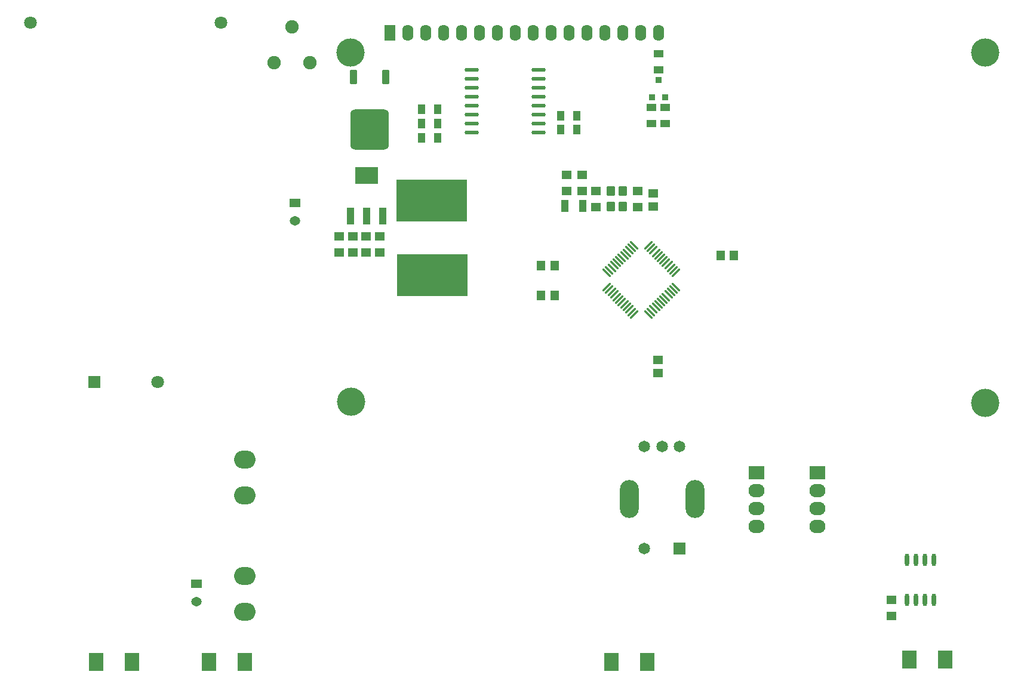
<source format=gbr>
%TF.GenerationSoftware,Altium Limited,Altium Designer,21.3.2 (30)*%
G04 Layer_Color=255*
%FSLAX24Y24*%
%MOIN*%
%TF.SameCoordinates,B2232A1B-76E2-43D3-9B88-882A457EFEF9*%
%TF.FilePolarity,Positive*%
%TF.FileFunction,Pads,Bot*%
%TF.Part,Single*%
G01*
G75*
%TA.AperFunction,SMDPad,CuDef*%
%ADD15R,0.0550X0.0394*%
%ADD16R,0.0550X0.0500*%
%TA.AperFunction,ComponentPad*%
%ADD24R,0.0787X0.0984*%
%ADD25C,0.1575*%
%ADD26O,0.0620X0.0900*%
%ADD27R,0.0620X0.0900*%
%ADD28O,0.0591X0.0512*%
%ADD29R,0.0591X0.0512*%
%ADD30O,0.1200X0.1000*%
%ADD31C,0.0650*%
%ADD32R,0.0650X0.0650*%
%ADD33O,0.1063X0.2126*%
%ADD34R,0.0900X0.0750*%
%ADD35O,0.0900X0.0750*%
%ADD36C,0.0709*%
%ADD37R,0.0709X0.0709*%
%ADD38C,0.0750*%
%TA.AperFunction,SMDPad,CuDef*%
%ADD41R,0.3937X0.2362*%
%ADD42R,0.1299X0.0945*%
%ADD43R,0.0394X0.0945*%
G04:AMPARAMS|DCode=44|XSize=216.5mil|YSize=224.4mil|CornerRadius=27.1mil|HoleSize=0mil|Usage=FLASHONLY|Rotation=0.000|XOffset=0mil|YOffset=0mil|HoleType=Round|Shape=RoundedRectangle|*
%AMROUNDEDRECTD44*
21,1,0.2165,0.1703,0,0,0.0*
21,1,0.1624,0.2244,0,0,0.0*
1,1,0.0541,0.0812,-0.0851*
1,1,0.0541,-0.0812,-0.0851*
1,1,0.0541,-0.0812,0.0851*
1,1,0.0541,0.0812,0.0851*
%
%ADD44ROUNDEDRECTD44*%
G04:AMPARAMS|DCode=45|XSize=39.4mil|YSize=78.7mil|CornerRadius=4.9mil|HoleSize=0mil|Usage=FLASHONLY|Rotation=0.000|XOffset=0mil|YOffset=0mil|HoleType=Round|Shape=RoundedRectangle|*
%AMROUNDEDRECTD45*
21,1,0.0394,0.0689,0,0,0.0*
21,1,0.0295,0.0787,0,0,0.0*
1,1,0.0098,0.0148,-0.0344*
1,1,0.0098,-0.0148,-0.0344*
1,1,0.0098,-0.0148,0.0344*
1,1,0.0098,0.0148,0.0344*
%
%ADD45ROUNDEDRECTD45*%
%ADD46R,0.0394X0.0550*%
%ADD47O,0.0800X0.0217*%
%ADD48R,0.0354X0.0374*%
%ADD49R,0.0394X0.0709*%
G04:AMPARAMS|DCode=50|XSize=55.1mil|YSize=47.2mil|CornerRadius=5.9mil|HoleSize=0mil|Usage=FLASHONLY|Rotation=90.000|XOffset=0mil|YOffset=0mil|HoleType=Round|Shape=RoundedRectangle|*
%AMROUNDEDRECTD50*
21,1,0.0551,0.0354,0,0,90.0*
21,1,0.0433,0.0472,0,0,90.0*
1,1,0.0118,0.0177,0.0217*
1,1,0.0118,0.0177,-0.0217*
1,1,0.0118,-0.0177,-0.0217*
1,1,0.0118,-0.0177,0.0217*
%
%ADD50ROUNDEDRECTD50*%
%ADD51R,0.0551X0.0472*%
G04:AMPARAMS|DCode=52|XSize=11mil|YSize=61.4mil|CornerRadius=2.8mil|HoleSize=0mil|Usage=FLASHONLY|Rotation=315.000|XOffset=0mil|YOffset=0mil|HoleType=Round|Shape=RoundedRectangle|*
%AMROUNDEDRECTD52*
21,1,0.0110,0.0559,0,0,315.0*
21,1,0.0055,0.0614,0,0,315.0*
1,1,0.0055,-0.0178,-0.0217*
1,1,0.0055,-0.0217,-0.0178*
1,1,0.0055,0.0178,0.0217*
1,1,0.0055,0.0217,0.0178*
%
%ADD52ROUNDEDRECTD52*%
G04:AMPARAMS|DCode=53|XSize=11mil|YSize=61.4mil|CornerRadius=2.8mil|HoleSize=0mil|Usage=FLASHONLY|Rotation=225.000|XOffset=0mil|YOffset=0mil|HoleType=Round|Shape=RoundedRectangle|*
%AMROUNDEDRECTD53*
21,1,0.0110,0.0559,0,0,225.0*
21,1,0.0055,0.0614,0,0,225.0*
1,1,0.0055,-0.0217,0.0178*
1,1,0.0055,-0.0178,0.0217*
1,1,0.0055,0.0217,-0.0178*
1,1,0.0055,0.0178,-0.0217*
%
%ADD53ROUNDEDRECTD53*%
%ADD54R,0.0472X0.0551*%
%ADD55O,0.0236X0.0709*%
D15*
X36547Y38439D02*
D03*
Y37539D02*
D03*
X36134Y35449D02*
D03*
Y34549D02*
D03*
X36917Y34549D02*
D03*
Y35449D02*
D03*
D16*
X20977Y27340D02*
D03*
Y28240D02*
D03*
X20222Y27340D02*
D03*
Y28240D02*
D03*
X19468Y27340D02*
D03*
Y28240D02*
D03*
X18713Y27340D02*
D03*
Y28240D02*
D03*
X32281Y31677D02*
D03*
Y30777D02*
D03*
X33050Y30790D02*
D03*
Y29890D02*
D03*
X35380D02*
D03*
Y30790D02*
D03*
X49550Y7950D02*
D03*
Y7050D02*
D03*
X31411Y30777D02*
D03*
Y31677D02*
D03*
D24*
X13440Y4480D02*
D03*
X11440D02*
D03*
X52550Y4620D02*
D03*
X50550D02*
D03*
X33920Y4480D02*
D03*
X35920D02*
D03*
X5150D02*
D03*
X7150D02*
D03*
D25*
X19340Y38500D02*
D03*
X19390Y19000D02*
D03*
X54790Y38500D02*
D03*
Y18950D02*
D03*
D26*
X36540Y39600D02*
D03*
X35540D02*
D03*
X34540D02*
D03*
X33540D02*
D03*
X32540D02*
D03*
X31540D02*
D03*
X30540D02*
D03*
X29540D02*
D03*
X28540D02*
D03*
X27540D02*
D03*
X26540D02*
D03*
X25540D02*
D03*
X24540D02*
D03*
X23540D02*
D03*
X22540D02*
D03*
D27*
X21540D02*
D03*
D28*
X16240Y29110D02*
D03*
X10750Y7840D02*
D03*
D29*
X16240Y30110D02*
D03*
X10750Y8840D02*
D03*
D30*
X13440Y15770D02*
D03*
Y7270D02*
D03*
Y9270D02*
D03*
Y13770D02*
D03*
D31*
X35756Y10814D02*
D03*
Y16523D02*
D03*
X36740D02*
D03*
X37724D02*
D03*
D32*
Y10814D02*
D03*
D33*
X34909Y13570D02*
D03*
X38571D02*
D03*
D34*
X42000Y15040D02*
D03*
X45410D02*
D03*
D35*
X42000Y14040D02*
D03*
Y13040D02*
D03*
Y12040D02*
D03*
X45410Y14040D02*
D03*
Y13040D02*
D03*
Y12040D02*
D03*
D36*
X8577Y20101D02*
D03*
X1490Y40180D02*
D03*
X12120D02*
D03*
D37*
X5033Y20101D02*
D03*
D38*
X17090Y37930D02*
D03*
X16090Y39930D02*
D03*
X15090Y37930D02*
D03*
D41*
X23881Y30233D02*
D03*
X23920Y26060D02*
D03*
D42*
X20236Y31643D02*
D03*
D43*
X19330Y29360D02*
D03*
X20236D02*
D03*
X21141D02*
D03*
D44*
X20400Y34220D02*
D03*
D45*
X21300Y37133D02*
D03*
X19500Y37133D02*
D03*
D46*
X23319Y33753D02*
D03*
X24219D02*
D03*
X23319Y34553D02*
D03*
X24219D02*
D03*
X23319Y35353D02*
D03*
X24219D02*
D03*
X31989Y34200D02*
D03*
X31089D02*
D03*
X31989Y34973D02*
D03*
X31089D02*
D03*
D47*
X29829Y37553D02*
D03*
Y37053D02*
D03*
Y36553D02*
D03*
Y36053D02*
D03*
Y35553D02*
D03*
Y35053D02*
D03*
Y34553D02*
D03*
Y34053D02*
D03*
X26109Y37553D02*
D03*
Y37053D02*
D03*
Y36553D02*
D03*
Y36053D02*
D03*
Y35553D02*
D03*
Y35053D02*
D03*
Y34553D02*
D03*
Y34053D02*
D03*
D48*
X36169Y35999D02*
D03*
X36543Y36983D02*
D03*
X36917Y35999D02*
D03*
D49*
X32302Y29930D02*
D03*
X31318D02*
D03*
D50*
X34535Y29917D02*
D03*
Y30783D02*
D03*
X33865D02*
D03*
Y29917D02*
D03*
D51*
X36241Y30652D02*
D03*
Y29904D02*
D03*
X36499Y21356D02*
D03*
Y20608D02*
D03*
D52*
X33651Y25412D02*
D03*
X33790Y25273D02*
D03*
X33929Y25134D02*
D03*
X34068Y24994D02*
D03*
X34208Y24855D02*
D03*
X34347Y24716D02*
D03*
X34486Y24577D02*
D03*
X34625Y24438D02*
D03*
X34764Y24298D02*
D03*
X34904Y24159D02*
D03*
X35043Y24020D02*
D03*
X35182Y23881D02*
D03*
X37509Y26208D02*
D03*
X37370Y26347D02*
D03*
X37231Y26486D02*
D03*
X37092Y26626D02*
D03*
X36952Y26765D02*
D03*
X36813Y26904D02*
D03*
X36674Y27043D02*
D03*
X36535Y27182D02*
D03*
X36396Y27322D02*
D03*
X36256Y27461D02*
D03*
X36117Y27600D02*
D03*
X35978Y27739D02*
D03*
D53*
Y23881D02*
D03*
X36117Y24020D02*
D03*
X36256Y24159D02*
D03*
X36396Y24298D02*
D03*
X36535Y24438D02*
D03*
X36674Y24577D02*
D03*
X36813Y24716D02*
D03*
X36952Y24855D02*
D03*
X37092Y24994D02*
D03*
X37231Y25134D02*
D03*
X37370Y25273D02*
D03*
X37509Y25412D02*
D03*
X35182Y27739D02*
D03*
X35043Y27600D02*
D03*
X34904Y27461D02*
D03*
X34764Y27322D02*
D03*
X34625Y27182D02*
D03*
X34486Y27043D02*
D03*
X34347Y26904D02*
D03*
X34208Y26765D02*
D03*
X34068Y26626D02*
D03*
X33929Y26486D02*
D03*
X33790Y26347D02*
D03*
X33651Y26208D02*
D03*
D54*
X29988Y26611D02*
D03*
X30736D02*
D03*
Y24951D02*
D03*
X29988D02*
D03*
X40752Y27159D02*
D03*
X40004D02*
D03*
D55*
X50410Y10162D02*
D03*
X50910D02*
D03*
X51410D02*
D03*
X51910D02*
D03*
X50410Y7938D02*
D03*
X50910D02*
D03*
X51410D02*
D03*
X51910D02*
D03*
%TF.MD5,7b0b109da918c1dc59bab15e3b985447*%
M02*

</source>
